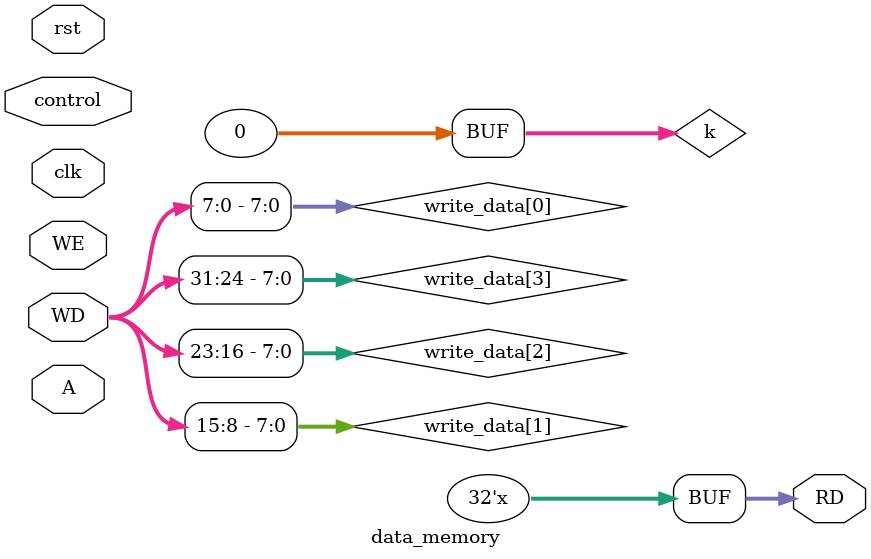
<source format=v>

module data_memory(
    input                   clk,
    input                   rst,
    input       [31:0]      A,
    input       [31:0]      WD,
    input                   WE,
    input       [5:0]       control,
    output reg  [31:0]      RD
);

//creating data memory registers
reg [7:0] dmem [2047:0];
reg [7:0] dmem_new [2047:0];
/*"dmem_new" set of memory contains the same values of "dmem", with the only
difference that it is not written on after the posedge of the clock, but as soon as 
WD gets the value from reg file, hence it changes every time the instruction changes, showing, 
earlier, the data that will be put in dmem[A], ..., dmem[A+3] after the next clock posedge. 

For this reason the wire connected to "dmem[A], ..., dmem[A+3]" will show the value of 
the destinatination register before it changes, instead the wire connected to 
"dmem_new[A], ..., dmem[A+3]" will show the value that is going to be written in 
"dmem[A], ..., dmem[A+3]" after the posedge of the clock (or the value of the current 
instruction result).*/

//initializing data memory registers with casual values
always @(posedge clk)begin
    if(rst)begin
        dmem[0]  <= 8'b10010101;
		dmem[1]  <= 8'b01101000;
		dmem[2]  <= 8'b11001101;
		dmem[3]  <= 8'b00110110;
		dmem[4]  <= 8'b10111010;
		dmem[5]  <= 8'b11101011;
		dmem[6]  <= 8'b01000111;
		dmem[7]  <= 8'b00011001;
		dmem[8]  <= 8'b01110001;
		dmem[9]  <= 8'b00101011;
		dmem[10] <= 8'b01011000;
		dmem[11] <= 8'b11011101;
		dmem[12] <= 8'b00000110;
		dmem[13] <= 8'b10001111;
		dmem[14] <= 8'b11010000;
		dmem[15] <= 8'b10001111;
		dmem[16] <= 8'b10101100;
		dmem[17] <= 8'b01110101;
		dmem[18] <= 8'b11001010;
		dmem[19] <= 8'b00111011;
		dmem[20] <= 8'b01001100;
		dmem[21] <= 8'b01100010;
		dmem[22] <= 8'b10010111;
		dmem[23] <= 8'b11011101;
		dmem[24] <= 8'b00100110;
		dmem[25] <= 8'b01101110;
		dmem[26] <= 8'b00010011;
		dmem[27] <= 8'b01011011;
		dmem[28] <= 8'b10110001;
		dmem[29] <= 8'b01001110;
		dmem[30] <= 8'b10001001;
		dmem[31] <= 8'b01111000;  
    end
end

//dmem set for a verification purpose
always @(posedge clk)begin
    if(rst)begin
        dmem_new[0]  <= 8'b10010101;
		dmem_new[1]  <= 8'b01101000;
		dmem_new[2]  <= 8'b11001101;
		dmem_new[3]  <= 8'b00110110;
		dmem_new[4]  <= 8'b10111010;
		dmem_new[5]  <= 8'b11101011;
		dmem_new[6]  <= 8'b01000111;
		dmem_new[7]  <= 8'b00011001;
		dmem_new[8]  <= 8'b01110001;
		dmem_new[9]  <= 8'b00101011;
		dmem_new[10] <= 8'b01011000;
		dmem_new[11] <= 8'b11011101;
		dmem_new[12] <= 8'b00000110;
		dmem_new[13] <= 8'b10001111;
		dmem_new[14] <= 8'b11010000;
		dmem_new[15] <= 8'b10001111;
		dmem_new[16] <= 8'b10101100;
		dmem_new[17] <= 8'b01110101;
		dmem_new[18] <= 8'b11001010;
		dmem_new[19] <= 8'b00111011;
		dmem_new[20] <= 8'b01001100;
		dmem_new[21] <= 8'b01100010;
		dmem_new[22] <= 8'b10010111;
		dmem_new[23] <= 8'b11011101;
		dmem_new[24] <= 8'b00100110;
		dmem_new[25] <= 8'b01101110;
		dmem_new[26] <= 8'b00010011;
		dmem_new[27] <= 8'b01011011;
		dmem_new[28] <= 8'b10110001;
		dmem_new[29] <= 8'b01001110;
		dmem_new[30] <= 8'b10001001;
		dmem_new[31] <= 8'b01111000;  
    end
end

reg [31:0] read_data;

integer k=0;

//load parameters
parameter [5:0] LB = 6'b010011;
parameter [5:0] LH = 6'b010100;
parameter [5:0] LW = 6'b010101;
parameter [5:0] LBU = 6'b010110;
parameter [5:0] LHU = 6'b010111;

//write logic (used by store instructions)
always @(posedge clk)begin
    if(WE)begin        
        dmem[A] <= write_data[0];
        dmem[A+1] <= write_data[1];
        dmem[A+2] <= write_data[2];
        dmem[A+3] <= write_data[3];
    end
end

//wire for testing data written into dmem[A], dmem[A+1], dmem[A+2], dmem[A+3] before the computation
wire [31:0] dmem_value_bef_posedgeclk = {dmem[A+3], dmem[A+2], dmem[A+1], dmem[A]};

//wire for testing data written into dmem[A], dmem[A+1], dmem[A+2], dmem[A+3] after the computation
wire [31:0] dmem_value_aft_posedgeclk = {dmem_new[A+3], dmem_new[A+2], dmem_new[A+1], dmem_new[A]};

//written data 32 bit needs to be slipped in blocks of 4 to be put into dmem registers
reg [7:0] write_data [3:0]; 

always @(*)begin
    write_data[0] <= WD[7:0];
    write_data[1] <= WD[15:8];
    write_data[2] <= WD[23:16];
    write_data[3] <= WD[31:24];
end

//read logic
always @(*)begin
    //directing output
    RD <= read_data;

    //instantaneous change of the destination register for a verification purpose
    dmem_new[A] <= write_data[0];
    dmem_new[A+1] <= write_data[1];
    dmem_new[A+2] <= write_data[2];
    dmem_new[A+3] <= write_data[3];

    //load instruction implementation
    case(control) 
        //LB
        LB: read_data <= {{24{dmem[A][7]}},  dmem[A]};
        //LH
        LH: read_data <= {{16{dmem[A+1][7]}}, dmem[A+1], dmem[A]};
        //LW
        LW: read_data <= {dmem[A+3], dmem[A+2], dmem[A+1], dmem[A]};
        //LBU
        LBU: read_data <= {24'b0, dmem[A]};
        //LHU
        LHU: read_data <= {12'b0, dmem[A+1], dmem[A]};
        //default mode 
        default: read_data <= {dmem[A+3], dmem[A+2], dmem[A+1], dmem[A]};
    endcase
end

endmodule
</source>
